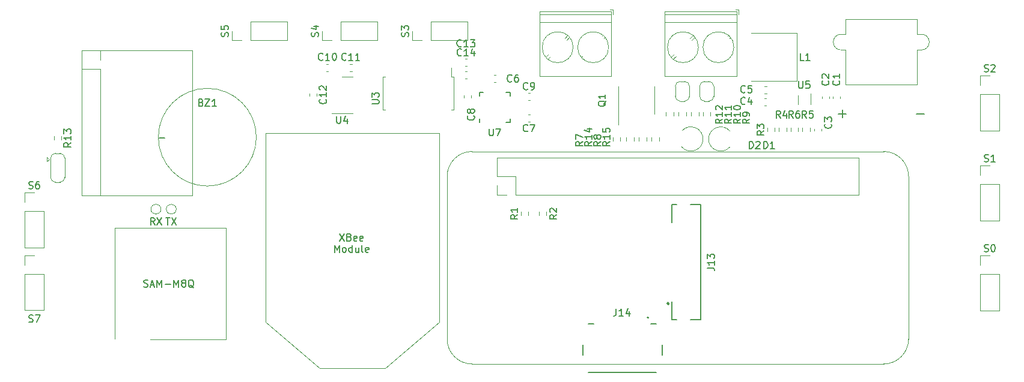
<source format=gbr>
%TF.GenerationSoftware,KiCad,Pcbnew,(6.0.0)*%
%TF.CreationDate,2022-11-29T13:13:35-05:00*%
%TF.ProjectId,motherboard_2022_2023,6d6f7468-6572-4626-9f61-72645f323032,rev?*%
%TF.SameCoordinates,Original*%
%TF.FileFunction,Legend,Top*%
%TF.FilePolarity,Positive*%
%FSLAX46Y46*%
G04 Gerber Fmt 4.6, Leading zero omitted, Abs format (unit mm)*
G04 Created by KiCad (PCBNEW (6.0.0)) date 2022-11-29 13:13:35*
%MOMM*%
%LPD*%
G01*
G04 APERTURE LIST*
%ADD10C,0.150000*%
%ADD11C,0.120000*%
%ADD12C,0.127000*%
%ADD13C,0.300000*%
%ADD14C,0.200000*%
G04 APERTURE END LIST*
D10*
X121143085Y-106991075D02*
X121809752Y-107991075D01*
X121809752Y-106991075D02*
X121143085Y-107991075D01*
X122524038Y-107467266D02*
X122666895Y-107514885D01*
X122714514Y-107562504D01*
X122762133Y-107657742D01*
X122762133Y-107800599D01*
X122714514Y-107895837D01*
X122666895Y-107943456D01*
X122571657Y-107991075D01*
X122190704Y-107991075D01*
X122190704Y-106991075D01*
X122524038Y-106991075D01*
X122619276Y-107038695D01*
X122666895Y-107086314D01*
X122714514Y-107181552D01*
X122714514Y-107276790D01*
X122666895Y-107372028D01*
X122619276Y-107419647D01*
X122524038Y-107467266D01*
X122190704Y-107467266D01*
X123571657Y-107943456D02*
X123476419Y-107991075D01*
X123285942Y-107991075D01*
X123190704Y-107943456D01*
X123143085Y-107848218D01*
X123143085Y-107467266D01*
X123190704Y-107372028D01*
X123285942Y-107324409D01*
X123476419Y-107324409D01*
X123571657Y-107372028D01*
X123619276Y-107467266D01*
X123619276Y-107562504D01*
X123143085Y-107657742D01*
X124428800Y-107943456D02*
X124333562Y-107991075D01*
X124143085Y-107991075D01*
X124047847Y-107943456D01*
X124000228Y-107848218D01*
X124000228Y-107467266D01*
X124047847Y-107372028D01*
X124143085Y-107324409D01*
X124333562Y-107324409D01*
X124428800Y-107372028D01*
X124476419Y-107467266D01*
X124476419Y-107562504D01*
X124000228Y-107657742D01*
X120452609Y-109601075D02*
X120452609Y-108601075D01*
X120785942Y-109315361D01*
X121119276Y-108601075D01*
X121119276Y-109601075D01*
X121738323Y-109601075D02*
X121643085Y-109553456D01*
X121595466Y-109505837D01*
X121547847Y-109410599D01*
X121547847Y-109124885D01*
X121595466Y-109029647D01*
X121643085Y-108982028D01*
X121738323Y-108934409D01*
X121881181Y-108934409D01*
X121976419Y-108982028D01*
X122024038Y-109029647D01*
X122071657Y-109124885D01*
X122071657Y-109410599D01*
X122024038Y-109505837D01*
X121976419Y-109553456D01*
X121881181Y-109601075D01*
X121738323Y-109601075D01*
X122928800Y-109601075D02*
X122928800Y-108601075D01*
X122928800Y-109553456D02*
X122833562Y-109601075D01*
X122643085Y-109601075D01*
X122547847Y-109553456D01*
X122500228Y-109505837D01*
X122452609Y-109410599D01*
X122452609Y-109124885D01*
X122500228Y-109029647D01*
X122547847Y-108982028D01*
X122643085Y-108934409D01*
X122833562Y-108934409D01*
X122928800Y-108982028D01*
X123833562Y-108934409D02*
X123833562Y-109601075D01*
X123404990Y-108934409D02*
X123404990Y-109458218D01*
X123452609Y-109553456D01*
X123547847Y-109601075D01*
X123690704Y-109601075D01*
X123785942Y-109553456D01*
X123833562Y-109505837D01*
X124452609Y-109601075D02*
X124357371Y-109553456D01*
X124309752Y-109458218D01*
X124309752Y-108601075D01*
X125214514Y-109553456D02*
X125119276Y-109601075D01*
X124928800Y-109601075D01*
X124833562Y-109553456D01*
X124785942Y-109458218D01*
X124785942Y-109077266D01*
X124833562Y-108982028D01*
X124928800Y-108934409D01*
X125119276Y-108934409D01*
X125214514Y-108982028D01*
X125262133Y-109077266D01*
X125262133Y-109172504D01*
X124785942Y-109267742D01*
%TO.C,R2*%
X151733942Y-104319361D02*
X151257752Y-104652695D01*
X151733942Y-104890790D02*
X150733942Y-104890790D01*
X150733942Y-104509837D01*
X150781562Y-104414599D01*
X150829181Y-104366980D01*
X150924419Y-104319361D01*
X151067276Y-104319361D01*
X151162514Y-104366980D01*
X151210133Y-104414599D01*
X151257752Y-104509837D01*
X151257752Y-104890790D01*
X150829181Y-103938409D02*
X150781562Y-103890790D01*
X150733942Y-103795552D01*
X150733942Y-103557456D01*
X150781562Y-103462218D01*
X150829181Y-103414599D01*
X150924419Y-103366980D01*
X151019657Y-103366980D01*
X151162514Y-103414599D01*
X151733942Y-103986028D01*
X151733942Y-103366980D01*
%TO.C,U5*%
X185825657Y-85444075D02*
X185825657Y-86253599D01*
X185873276Y-86348837D01*
X185920895Y-86396456D01*
X186016133Y-86444075D01*
X186206609Y-86444075D01*
X186301847Y-86396456D01*
X186349466Y-86348837D01*
X186397085Y-86253599D01*
X186397085Y-85444075D01*
X187349466Y-85444075D02*
X186873276Y-85444075D01*
X186825657Y-85920266D01*
X186873276Y-85872647D01*
X186968514Y-85825028D01*
X187206609Y-85825028D01*
X187301847Y-85872647D01*
X187349466Y-85920266D01*
X187397085Y-86015504D01*
X187397085Y-86253599D01*
X187349466Y-86348837D01*
X187301847Y-86396456D01*
X187206609Y-86444075D01*
X186968514Y-86444075D01*
X186873276Y-86396456D01*
X186825657Y-86348837D01*
%TO.C,R12*%
X175101942Y-90799671D02*
X174625752Y-91133004D01*
X175101942Y-91371099D02*
X174101942Y-91371099D01*
X174101942Y-90990147D01*
X174149562Y-90894909D01*
X174197181Y-90847290D01*
X174292419Y-90799671D01*
X174435276Y-90799671D01*
X174530514Y-90847290D01*
X174578133Y-90894909D01*
X174625752Y-90990147D01*
X174625752Y-91371099D01*
X175101942Y-89847290D02*
X175101942Y-90418718D01*
X175101942Y-90133004D02*
X174101942Y-90133004D01*
X174244800Y-90228242D01*
X174340038Y-90323480D01*
X174387657Y-90418718D01*
X174197181Y-89466337D02*
X174149562Y-89418718D01*
X174101942Y-89323480D01*
X174101942Y-89085385D01*
X174149562Y-88990147D01*
X174197181Y-88942528D01*
X174292419Y-88894909D01*
X174387657Y-88894909D01*
X174530514Y-88942528D01*
X175101942Y-89513956D01*
X175101942Y-88894909D01*
%TO.C,C9*%
X147661333Y-86557142D02*
X147613714Y-86604761D01*
X147470857Y-86652380D01*
X147375619Y-86652380D01*
X147232761Y-86604761D01*
X147137523Y-86509523D01*
X147089904Y-86414285D01*
X147042285Y-86223809D01*
X147042285Y-86080952D01*
X147089904Y-85890476D01*
X147137523Y-85795238D01*
X147232761Y-85700000D01*
X147375619Y-85652380D01*
X147470857Y-85652380D01*
X147613714Y-85700000D01*
X147661333Y-85747619D01*
X148137523Y-86652380D02*
X148328000Y-86652380D01*
X148423238Y-86604761D01*
X148470857Y-86557142D01*
X148566095Y-86414285D01*
X148613714Y-86223809D01*
X148613714Y-85842857D01*
X148566095Y-85747619D01*
X148518476Y-85700000D01*
X148423238Y-85652380D01*
X148232761Y-85652380D01*
X148137523Y-85700000D01*
X148089904Y-85747619D01*
X148042285Y-85842857D01*
X148042285Y-86080952D01*
X148089904Y-86176190D01*
X148137523Y-86223809D01*
X148232761Y-86271428D01*
X148423238Y-86271428D01*
X148518476Y-86223809D01*
X148566095Y-86176190D01*
X148613714Y-86080952D01*
%TO.C,R7*%
X155416942Y-93974671D02*
X154940752Y-94308004D01*
X155416942Y-94546099D02*
X154416942Y-94546099D01*
X154416942Y-94165147D01*
X154464562Y-94069909D01*
X154512181Y-94022290D01*
X154607419Y-93974671D01*
X154750276Y-93974671D01*
X154845514Y-94022290D01*
X154893133Y-94069909D01*
X154940752Y-94165147D01*
X154940752Y-94546099D01*
X154416942Y-93641337D02*
X154416942Y-92974671D01*
X155416942Y-93403242D01*
%TO.C,S2*%
X211987657Y-84081456D02*
X212130514Y-84129075D01*
X212368609Y-84129075D01*
X212463847Y-84081456D01*
X212511466Y-84033837D01*
X212559085Y-83938599D01*
X212559085Y-83843361D01*
X212511466Y-83748123D01*
X212463847Y-83700504D01*
X212368609Y-83652885D01*
X212178133Y-83605266D01*
X212082895Y-83557647D01*
X212035276Y-83510028D01*
X211987657Y-83414790D01*
X211987657Y-83319552D01*
X212035276Y-83224314D01*
X212082895Y-83176695D01*
X212178133Y-83129075D01*
X212416228Y-83129075D01*
X212559085Y-83176695D01*
X212940038Y-83224314D02*
X212987657Y-83176695D01*
X213082895Y-83129075D01*
X213320990Y-83129075D01*
X213416228Y-83176695D01*
X213463847Y-83224314D01*
X213511466Y-83319552D01*
X213511466Y-83414790D01*
X213463847Y-83557647D01*
X212892419Y-84129075D01*
X213511466Y-84129075D01*
%TO.C,S6*%
X77367657Y-100591456D02*
X77510514Y-100639075D01*
X77748609Y-100639075D01*
X77843847Y-100591456D01*
X77891466Y-100543837D01*
X77939085Y-100448599D01*
X77939085Y-100353361D01*
X77891466Y-100258123D01*
X77843847Y-100210504D01*
X77748609Y-100162885D01*
X77558133Y-100115266D01*
X77462895Y-100067647D01*
X77415276Y-100020028D01*
X77367657Y-99924790D01*
X77367657Y-99829552D01*
X77415276Y-99734314D01*
X77462895Y-99686695D01*
X77558133Y-99639075D01*
X77796228Y-99639075D01*
X77939085Y-99686695D01*
X78796228Y-99639075D02*
X78605752Y-99639075D01*
X78510514Y-99686695D01*
X78462895Y-99734314D01*
X78367657Y-99877171D01*
X78320038Y-100067647D01*
X78320038Y-100448599D01*
X78367657Y-100543837D01*
X78415276Y-100591456D01*
X78510514Y-100639075D01*
X78700990Y-100639075D01*
X78796228Y-100591456D01*
X78843847Y-100543837D01*
X78891466Y-100448599D01*
X78891466Y-100210504D01*
X78843847Y-100115266D01*
X78796228Y-100067647D01*
X78700990Y-100020028D01*
X78510514Y-100020028D01*
X78415276Y-100067647D01*
X78367657Y-100115266D01*
X78320038Y-100210504D01*
%TO.C,U3*%
X125690380Y-88645904D02*
X126499904Y-88645904D01*
X126595142Y-88598285D01*
X126642761Y-88550666D01*
X126690380Y-88455428D01*
X126690380Y-88264952D01*
X126642761Y-88169714D01*
X126595142Y-88122095D01*
X126499904Y-88074476D01*
X125690380Y-88074476D01*
X125690380Y-87693523D02*
X125690380Y-87074476D01*
X126071333Y-87407809D01*
X126071333Y-87264952D01*
X126118952Y-87169714D01*
X126166571Y-87122095D01*
X126261809Y-87074476D01*
X126499904Y-87074476D01*
X126595142Y-87122095D01*
X126642761Y-87169714D01*
X126690380Y-87264952D01*
X126690380Y-87550666D01*
X126642761Y-87645904D01*
X126595142Y-87693523D01*
%TO.C,R6*%
X185023895Y-90635075D02*
X184690562Y-90158885D01*
X184452466Y-90635075D02*
X184452466Y-89635075D01*
X184833419Y-89635075D01*
X184928657Y-89682695D01*
X184976276Y-89730314D01*
X185023895Y-89825552D01*
X185023895Y-89968409D01*
X184976276Y-90063647D01*
X184928657Y-90111266D01*
X184833419Y-90158885D01*
X184452466Y-90158885D01*
X185881038Y-89635075D02*
X185690562Y-89635075D01*
X185595323Y-89682695D01*
X185547704Y-89730314D01*
X185452466Y-89873171D01*
X185404847Y-90063647D01*
X185404847Y-90444599D01*
X185452466Y-90539837D01*
X185500085Y-90587456D01*
X185595323Y-90635075D01*
X185785800Y-90635075D01*
X185881038Y-90587456D01*
X185928657Y-90539837D01*
X185976276Y-90444599D01*
X185976276Y-90206504D01*
X185928657Y-90111266D01*
X185881038Y-90063647D01*
X185785800Y-90016028D01*
X185595323Y-90016028D01*
X185500085Y-90063647D01*
X185452466Y-90111266D01*
X185404847Y-90206504D01*
%TO.C,C6*%
X145399895Y-85459837D02*
X145352276Y-85507456D01*
X145209419Y-85555075D01*
X145114181Y-85555075D01*
X144971323Y-85507456D01*
X144876085Y-85412218D01*
X144828466Y-85316980D01*
X144780847Y-85126504D01*
X144780847Y-84983647D01*
X144828466Y-84793171D01*
X144876085Y-84697933D01*
X144971323Y-84602695D01*
X145114181Y-84555075D01*
X145209419Y-84555075D01*
X145352276Y-84602695D01*
X145399895Y-84650314D01*
X146257038Y-84555075D02*
X146066562Y-84555075D01*
X145971323Y-84602695D01*
X145923704Y-84650314D01*
X145828466Y-84793171D01*
X145780847Y-84983647D01*
X145780847Y-85364599D01*
X145828466Y-85459837D01*
X145876085Y-85507456D01*
X145971323Y-85555075D01*
X146161800Y-85555075D01*
X146257038Y-85507456D01*
X146304657Y-85459837D01*
X146352276Y-85364599D01*
X146352276Y-85126504D01*
X146304657Y-85031266D01*
X146257038Y-84983647D01*
X146161800Y-84936028D01*
X145971323Y-84936028D01*
X145876085Y-84983647D01*
X145828466Y-85031266D01*
X145780847Y-85126504D01*
%TO.C,C2*%
X189992704Y-85396361D02*
X190040323Y-85443980D01*
X190087942Y-85586837D01*
X190087942Y-85682075D01*
X190040323Y-85824933D01*
X189945085Y-85920171D01*
X189849847Y-85967790D01*
X189659371Y-86015409D01*
X189516514Y-86015409D01*
X189326038Y-85967790D01*
X189230800Y-85920171D01*
X189135562Y-85824933D01*
X189087942Y-85682075D01*
X189087942Y-85586837D01*
X189135562Y-85443980D01*
X189183181Y-85396361D01*
X189183181Y-85015409D02*
X189135562Y-84967790D01*
X189087942Y-84872552D01*
X189087942Y-84634456D01*
X189135562Y-84539218D01*
X189183181Y-84491599D01*
X189278419Y-84443980D01*
X189373657Y-84443980D01*
X189516514Y-84491599D01*
X190087942Y-85063028D01*
X190087942Y-84443980D01*
%TO.C,R13*%
X83313942Y-94127552D02*
X82837752Y-94460885D01*
X83313942Y-94698980D02*
X82313942Y-94698980D01*
X82313942Y-94318028D01*
X82361562Y-94222790D01*
X82409181Y-94175171D01*
X82504419Y-94127552D01*
X82647276Y-94127552D01*
X82742514Y-94175171D01*
X82790133Y-94222790D01*
X82837752Y-94318028D01*
X82837752Y-94698980D01*
X83313942Y-93175171D02*
X83313942Y-93746599D01*
X83313942Y-93460885D02*
X82313942Y-93460885D01*
X82456800Y-93556123D01*
X82552038Y-93651361D01*
X82599657Y-93746599D01*
X82313942Y-92841837D02*
X82313942Y-92222790D01*
X82694895Y-92556123D01*
X82694895Y-92413266D01*
X82742514Y-92318028D01*
X82790133Y-92270409D01*
X82885371Y-92222790D01*
X83123466Y-92222790D01*
X83218704Y-92270409D01*
X83266323Y-92318028D01*
X83313942Y-92413266D01*
X83313942Y-92698980D01*
X83266323Y-92794218D01*
X83218704Y-92841837D01*
%TO.C,J13*%
X172958942Y-111820218D02*
X173673228Y-111820218D01*
X173816085Y-111867837D01*
X173911323Y-111963075D01*
X173958942Y-112105933D01*
X173958942Y-112201171D01*
X173958942Y-110820218D02*
X173958942Y-111391647D01*
X173958942Y-111105933D02*
X172958942Y-111105933D01*
X173101800Y-111201171D01*
X173197038Y-111296409D01*
X173244657Y-111391647D01*
X172958942Y-110486885D02*
X172958942Y-109867837D01*
X173339895Y-110201171D01*
X173339895Y-110058314D01*
X173387514Y-109963075D01*
X173435133Y-109915456D01*
X173530371Y-109867837D01*
X173768466Y-109867837D01*
X173863704Y-109915456D01*
X173911323Y-109963075D01*
X173958942Y-110058314D01*
X173958942Y-110344028D01*
X173911323Y-110439266D01*
X173863704Y-110486885D01*
%TO.C,C3*%
X190373704Y-91492361D02*
X190421323Y-91539980D01*
X190468942Y-91682837D01*
X190468942Y-91778075D01*
X190421323Y-91920933D01*
X190326085Y-92016171D01*
X190230847Y-92063790D01*
X190040371Y-92111409D01*
X189897514Y-92111409D01*
X189707038Y-92063790D01*
X189611800Y-92016171D01*
X189516562Y-91920933D01*
X189468942Y-91778075D01*
X189468942Y-91682837D01*
X189516562Y-91539980D01*
X189564181Y-91492361D01*
X189468942Y-91159028D02*
X189468942Y-90539980D01*
X189849895Y-90873314D01*
X189849895Y-90730456D01*
X189897514Y-90635218D01*
X189945133Y-90587599D01*
X190040371Y-90539980D01*
X190278466Y-90539980D01*
X190373704Y-90587599D01*
X190421323Y-90635218D01*
X190468942Y-90730456D01*
X190468942Y-91016171D01*
X190421323Y-91111409D01*
X190373704Y-91159028D01*
%TO.C,C1*%
X191516704Y-85396361D02*
X191564323Y-85443980D01*
X191611942Y-85586837D01*
X191611942Y-85682075D01*
X191564323Y-85824933D01*
X191469085Y-85920171D01*
X191373847Y-85967790D01*
X191183371Y-86015409D01*
X191040514Y-86015409D01*
X190850038Y-85967790D01*
X190754800Y-85920171D01*
X190659562Y-85824933D01*
X190611942Y-85682075D01*
X190611942Y-85586837D01*
X190659562Y-85443980D01*
X190707181Y-85396361D01*
X191611942Y-84443980D02*
X191611942Y-85015409D01*
X191611942Y-84729695D02*
X190611942Y-84729695D01*
X190754800Y-84824933D01*
X190850038Y-84920171D01*
X190897657Y-85015409D01*
%TO.C,R10*%
X177641942Y-90799671D02*
X177165752Y-91133004D01*
X177641942Y-91371099D02*
X176641942Y-91371099D01*
X176641942Y-90990147D01*
X176689562Y-90894909D01*
X176737181Y-90847290D01*
X176832419Y-90799671D01*
X176975276Y-90799671D01*
X177070514Y-90847290D01*
X177118133Y-90894909D01*
X177165752Y-90990147D01*
X177165752Y-91371099D01*
X177641942Y-89847290D02*
X177641942Y-90418718D01*
X177641942Y-90133004D02*
X176641942Y-90133004D01*
X176784800Y-90228242D01*
X176880038Y-90323480D01*
X176927657Y-90418718D01*
X176641942Y-89228242D02*
X176641942Y-89133004D01*
X176689562Y-89037766D01*
X176737181Y-88990147D01*
X176832419Y-88942528D01*
X177022895Y-88894909D01*
X177260990Y-88894909D01*
X177451466Y-88942528D01*
X177546704Y-88990147D01*
X177594323Y-89037766D01*
X177641942Y-89133004D01*
X177641942Y-89228242D01*
X177594323Y-89323480D01*
X177546704Y-89371099D01*
X177451466Y-89418718D01*
X177260990Y-89466337D01*
X177022895Y-89466337D01*
X176832419Y-89418718D01*
X176737181Y-89371099D01*
X176689562Y-89323480D01*
X176641942Y-89228242D01*
%TO.C,C10*%
X118789807Y-82411837D02*
X118742188Y-82459456D01*
X118599331Y-82507075D01*
X118504093Y-82507075D01*
X118361236Y-82459456D01*
X118265998Y-82364218D01*
X118218379Y-82268980D01*
X118170760Y-82078504D01*
X118170760Y-81935647D01*
X118218379Y-81745171D01*
X118265998Y-81649933D01*
X118361236Y-81554695D01*
X118504093Y-81507075D01*
X118599331Y-81507075D01*
X118742188Y-81554695D01*
X118789807Y-81602314D01*
X119742188Y-82507075D02*
X119170760Y-82507075D01*
X119456474Y-82507075D02*
X119456474Y-81507075D01*
X119361236Y-81649933D01*
X119265998Y-81745171D01*
X119170760Y-81792790D01*
X120361236Y-81507075D02*
X120456474Y-81507075D01*
X120551712Y-81554695D01*
X120599331Y-81602314D01*
X120646950Y-81697552D01*
X120694569Y-81888028D01*
X120694569Y-82126123D01*
X120646950Y-82316599D01*
X120599331Y-82411837D01*
X120551712Y-82459456D01*
X120456474Y-82507075D01*
X120361236Y-82507075D01*
X120265998Y-82459456D01*
X120218379Y-82411837D01*
X120170760Y-82316599D01*
X120123141Y-82126123D01*
X120123141Y-81888028D01*
X120170760Y-81697552D01*
X120218379Y-81602314D01*
X120265998Y-81554695D01*
X120361236Y-81507075D01*
%TO.C,R8*%
X157956942Y-93974671D02*
X157480752Y-94308004D01*
X157956942Y-94546099D02*
X156956942Y-94546099D01*
X156956942Y-94165147D01*
X157004562Y-94069909D01*
X157052181Y-94022290D01*
X157147419Y-93974671D01*
X157290276Y-93974671D01*
X157385514Y-94022290D01*
X157433133Y-94069909D01*
X157480752Y-94165147D01*
X157480752Y-94546099D01*
X157385514Y-93403242D02*
X157337895Y-93498480D01*
X157290276Y-93546099D01*
X157195038Y-93593718D01*
X157147419Y-93593718D01*
X157052181Y-93546099D01*
X157004562Y-93498480D01*
X156956942Y-93403242D01*
X156956942Y-93212766D01*
X157004562Y-93117528D01*
X157052181Y-93069909D01*
X157147419Y-93022290D01*
X157195038Y-93022290D01*
X157290276Y-93069909D01*
X157337895Y-93117528D01*
X157385514Y-93212766D01*
X157385514Y-93403242D01*
X157433133Y-93498480D01*
X157480752Y-93546099D01*
X157575990Y-93593718D01*
X157766466Y-93593718D01*
X157861704Y-93546099D01*
X157909323Y-93498480D01*
X157956942Y-93403242D01*
X157956942Y-93212766D01*
X157909323Y-93117528D01*
X157861704Y-93069909D01*
X157766466Y-93022290D01*
X157575990Y-93022290D01*
X157480752Y-93069909D01*
X157433133Y-93117528D01*
X157385514Y-93212766D01*
%TO.C,S4*%
X118129323Y-79133599D02*
X118176942Y-78990742D01*
X118176942Y-78752647D01*
X118129323Y-78657409D01*
X118081704Y-78609790D01*
X117986466Y-78562171D01*
X117891228Y-78562171D01*
X117795990Y-78609790D01*
X117748371Y-78657409D01*
X117700752Y-78752647D01*
X117653133Y-78943123D01*
X117605514Y-79038361D01*
X117557895Y-79085980D01*
X117462657Y-79133599D01*
X117367419Y-79133599D01*
X117272181Y-79085980D01*
X117224562Y-79038361D01*
X117176942Y-78943123D01*
X117176942Y-78705028D01*
X117224562Y-78562171D01*
X117510276Y-77705028D02*
X118176942Y-77705028D01*
X117129323Y-77943123D02*
X117843609Y-78181218D01*
X117843609Y-77562171D01*
%TO.C,S0*%
X211987657Y-109481456D02*
X212130514Y-109529075D01*
X212368609Y-109529075D01*
X212463847Y-109481456D01*
X212511466Y-109433837D01*
X212559085Y-109338599D01*
X212559085Y-109243361D01*
X212511466Y-109148123D01*
X212463847Y-109100504D01*
X212368609Y-109052885D01*
X212178133Y-109005266D01*
X212082895Y-108957647D01*
X212035276Y-108910028D01*
X211987657Y-108814790D01*
X211987657Y-108719552D01*
X212035276Y-108624314D01*
X212082895Y-108576695D01*
X212178133Y-108529075D01*
X212416228Y-108529075D01*
X212559085Y-108576695D01*
X213178133Y-108529075D02*
X213273371Y-108529075D01*
X213368609Y-108576695D01*
X213416228Y-108624314D01*
X213463847Y-108719552D01*
X213511466Y-108910028D01*
X213511466Y-109148123D01*
X213463847Y-109338599D01*
X213416228Y-109433837D01*
X213368609Y-109481456D01*
X213273371Y-109529075D01*
X213178133Y-109529075D01*
X213082895Y-109481456D01*
X213035276Y-109433837D01*
X212987657Y-109338599D01*
X212940038Y-109148123D01*
X212940038Y-108910028D01*
X212987657Y-108719552D01*
X213035276Y-108624314D01*
X213082895Y-108576695D01*
X213178133Y-108529075D01*
%TO.C,R3*%
X180950942Y-92468361D02*
X180474752Y-92801695D01*
X180950942Y-93039790D02*
X179950942Y-93039790D01*
X179950942Y-92658837D01*
X179998562Y-92563599D01*
X180046181Y-92515980D01*
X180141419Y-92468361D01*
X180284276Y-92468361D01*
X180379514Y-92515980D01*
X180427133Y-92563599D01*
X180474752Y-92658837D01*
X180474752Y-93039790D01*
X179950942Y-92135028D02*
X179950942Y-91515980D01*
X180331895Y-91849314D01*
X180331895Y-91706456D01*
X180379514Y-91611218D01*
X180427133Y-91563599D01*
X180522371Y-91515980D01*
X180760466Y-91515980D01*
X180855704Y-91563599D01*
X180903323Y-91611218D01*
X180950942Y-91706456D01*
X180950942Y-91992171D01*
X180903323Y-92087409D01*
X180855704Y-92135028D01*
%TO.C,C8*%
X140057142Y-90336666D02*
X140104761Y-90384285D01*
X140152380Y-90527142D01*
X140152380Y-90622380D01*
X140104761Y-90765238D01*
X140009523Y-90860476D01*
X139914285Y-90908095D01*
X139723809Y-90955714D01*
X139580952Y-90955714D01*
X139390476Y-90908095D01*
X139295238Y-90860476D01*
X139200000Y-90765238D01*
X139152380Y-90622380D01*
X139152380Y-90527142D01*
X139200000Y-90384285D01*
X139247619Y-90336666D01*
X139580952Y-89765238D02*
X139533333Y-89860476D01*
X139485714Y-89908095D01*
X139390476Y-89955714D01*
X139342857Y-89955714D01*
X139247619Y-89908095D01*
X139200000Y-89860476D01*
X139152380Y-89765238D01*
X139152380Y-89574761D01*
X139200000Y-89479523D01*
X139247619Y-89431904D01*
X139342857Y-89384285D01*
X139390476Y-89384285D01*
X139485714Y-89431904D01*
X139533333Y-89479523D01*
X139580952Y-89574761D01*
X139580952Y-89765238D01*
X139628571Y-89860476D01*
X139676190Y-89908095D01*
X139771428Y-89955714D01*
X139961904Y-89955714D01*
X140057142Y-89908095D01*
X140104761Y-89860476D01*
X140152380Y-89765238D01*
X140152380Y-89574761D01*
X140104761Y-89479523D01*
X140057142Y-89431904D01*
X139961904Y-89384285D01*
X139771428Y-89384285D01*
X139676190Y-89431904D01*
X139628571Y-89479523D01*
X139580952Y-89574761D01*
%TO.C,R14*%
X156686942Y-93974671D02*
X156210752Y-94308004D01*
X156686942Y-94546099D02*
X155686942Y-94546099D01*
X155686942Y-94165147D01*
X155734562Y-94069909D01*
X155782181Y-94022290D01*
X155877419Y-93974671D01*
X156020276Y-93974671D01*
X156115514Y-94022290D01*
X156163133Y-94069909D01*
X156210752Y-94165147D01*
X156210752Y-94546099D01*
X156686942Y-93022290D02*
X156686942Y-93593718D01*
X156686942Y-93308004D02*
X155686942Y-93308004D01*
X155829800Y-93403242D01*
X155925038Y-93498480D01*
X155972657Y-93593718D01*
X156020276Y-92165147D02*
X156686942Y-92165147D01*
X155639323Y-92403242D02*
X156353609Y-92641337D01*
X156353609Y-92022290D01*
%TO.C,TP1*%
X95107895Y-105748075D02*
X94774562Y-105271885D01*
X94536466Y-105748075D02*
X94536466Y-104748075D01*
X94917419Y-104748075D01*
X95012657Y-104795695D01*
X95060276Y-104843314D01*
X95107895Y-104938552D01*
X95107895Y-105081409D01*
X95060276Y-105176647D01*
X95012657Y-105224266D01*
X94917419Y-105271885D01*
X94536466Y-105271885D01*
X95441228Y-104748075D02*
X96107895Y-105748075D01*
X96107895Y-104748075D02*
X95441228Y-105748075D01*
%TO.C,U6*%
X93576371Y-114463456D02*
X93719228Y-114511075D01*
X93957323Y-114511075D01*
X94052562Y-114463456D01*
X94100181Y-114415837D01*
X94147800Y-114320599D01*
X94147800Y-114225361D01*
X94100181Y-114130123D01*
X94052562Y-114082504D01*
X93957323Y-114034885D01*
X93766847Y-113987266D01*
X93671609Y-113939647D01*
X93623990Y-113892028D01*
X93576371Y-113796790D01*
X93576371Y-113701552D01*
X93623990Y-113606314D01*
X93671609Y-113558695D01*
X93766847Y-113511075D01*
X94004942Y-113511075D01*
X94147800Y-113558695D01*
X94528752Y-114225361D02*
X95004942Y-114225361D01*
X94433514Y-114511075D02*
X94766847Y-113511075D01*
X95100181Y-114511075D01*
X95433514Y-114511075D02*
X95433514Y-113511075D01*
X95766847Y-114225361D01*
X96100181Y-113511075D01*
X96100181Y-114511075D01*
X96576371Y-114130123D02*
X97338276Y-114130123D01*
X97814466Y-114511075D02*
X97814466Y-113511075D01*
X98147800Y-114225361D01*
X98481133Y-113511075D01*
X98481133Y-114511075D01*
X99100181Y-113939647D02*
X99004942Y-113892028D01*
X98957323Y-113844409D01*
X98909704Y-113749171D01*
X98909704Y-113701552D01*
X98957323Y-113606314D01*
X99004942Y-113558695D01*
X99100181Y-113511075D01*
X99290657Y-113511075D01*
X99385895Y-113558695D01*
X99433514Y-113606314D01*
X99481133Y-113701552D01*
X99481133Y-113749171D01*
X99433514Y-113844409D01*
X99385895Y-113892028D01*
X99290657Y-113939647D01*
X99100181Y-113939647D01*
X99004942Y-113987266D01*
X98957323Y-114034885D01*
X98909704Y-114130123D01*
X98909704Y-114320599D01*
X98957323Y-114415837D01*
X99004942Y-114463456D01*
X99100181Y-114511075D01*
X99290657Y-114511075D01*
X99385895Y-114463456D01*
X99433514Y-114415837D01*
X99481133Y-114320599D01*
X99481133Y-114130123D01*
X99433514Y-114034885D01*
X99385895Y-113987266D01*
X99290657Y-113939647D01*
X100576371Y-114606314D02*
X100481133Y-114558695D01*
X100385895Y-114463456D01*
X100243038Y-114320599D01*
X100147800Y-114272980D01*
X100052562Y-114272980D01*
X100100181Y-114511075D02*
X100004942Y-114463456D01*
X99909704Y-114368218D01*
X99862085Y-114177742D01*
X99862085Y-113844409D01*
X99909704Y-113653933D01*
X100004942Y-113558695D01*
X100100181Y-113511075D01*
X100290657Y-113511075D01*
X100385895Y-113558695D01*
X100481133Y-113653933D01*
X100528752Y-113844409D01*
X100528752Y-114177742D01*
X100481133Y-114368218D01*
X100385895Y-114463456D01*
X100290657Y-114511075D01*
X100100181Y-114511075D01*
%TO.C,R4*%
X183245895Y-90635075D02*
X182912562Y-90158885D01*
X182674466Y-90635075D02*
X182674466Y-89635075D01*
X183055419Y-89635075D01*
X183150657Y-89682695D01*
X183198276Y-89730314D01*
X183245895Y-89825552D01*
X183245895Y-89968409D01*
X183198276Y-90063647D01*
X183150657Y-90111266D01*
X183055419Y-90158885D01*
X182674466Y-90158885D01*
X184103038Y-89968409D02*
X184103038Y-90635075D01*
X183864942Y-89587456D02*
X183626847Y-90301742D01*
X184245895Y-90301742D01*
%TO.C,D2*%
X178864466Y-94953075D02*
X178864466Y-93953075D01*
X179102562Y-93953075D01*
X179245419Y-94000695D01*
X179340657Y-94095933D01*
X179388276Y-94191171D01*
X179435895Y-94381647D01*
X179435895Y-94524504D01*
X179388276Y-94714980D01*
X179340657Y-94810218D01*
X179245419Y-94905456D01*
X179102562Y-94953075D01*
X178864466Y-94953075D01*
X179816847Y-94048314D02*
X179864466Y-94000695D01*
X179959704Y-93953075D01*
X180197800Y-93953075D01*
X180293038Y-94000695D01*
X180340657Y-94048314D01*
X180388276Y-94143552D01*
X180388276Y-94238790D01*
X180340657Y-94381647D01*
X179769228Y-94953075D01*
X180388276Y-94953075D01*
%TO.C,BZ1*%
X101632609Y-88460266D02*
X101775466Y-88507885D01*
X101823085Y-88555504D01*
X101870704Y-88650742D01*
X101870704Y-88793599D01*
X101823085Y-88888837D01*
X101775466Y-88936456D01*
X101680228Y-88984075D01*
X101299276Y-88984075D01*
X101299276Y-87984075D01*
X101632609Y-87984075D01*
X101727847Y-88031695D01*
X101775466Y-88079314D01*
X101823085Y-88174552D01*
X101823085Y-88269790D01*
X101775466Y-88365028D01*
X101727847Y-88412647D01*
X101632609Y-88460266D01*
X101299276Y-88460266D01*
X102204038Y-87984075D02*
X102870704Y-87984075D01*
X102204038Y-88984075D01*
X102870704Y-88984075D01*
X103775466Y-88984075D02*
X103204038Y-88984075D01*
X103489752Y-88984075D02*
X103489752Y-87984075D01*
X103394514Y-88126933D01*
X103299276Y-88222171D01*
X103204038Y-88269790D01*
X95782609Y-93429123D02*
X96544514Y-93429123D01*
%TO.C,C13*%
X138306704Y-80506837D02*
X138259085Y-80554456D01*
X138116228Y-80602075D01*
X138020990Y-80602075D01*
X137878133Y-80554456D01*
X137782895Y-80459218D01*
X137735276Y-80363980D01*
X137687657Y-80173504D01*
X137687657Y-80030647D01*
X137735276Y-79840171D01*
X137782895Y-79744933D01*
X137878133Y-79649695D01*
X138020990Y-79602075D01*
X138116228Y-79602075D01*
X138259085Y-79649695D01*
X138306704Y-79697314D01*
X139259085Y-80602075D02*
X138687657Y-80602075D01*
X138973371Y-80602075D02*
X138973371Y-79602075D01*
X138878133Y-79744933D01*
X138782895Y-79840171D01*
X138687657Y-79887790D01*
X139592419Y-79602075D02*
X140211466Y-79602075D01*
X139878133Y-79983028D01*
X140020990Y-79983028D01*
X140116228Y-80030647D01*
X140163847Y-80078266D01*
X140211466Y-80173504D01*
X140211466Y-80411599D01*
X140163847Y-80506837D01*
X140116228Y-80554456D01*
X140020990Y-80602075D01*
X139735276Y-80602075D01*
X139640038Y-80554456D01*
X139592419Y-80506837D01*
%TO.C,R9*%
X178911942Y-90799671D02*
X178435752Y-91133004D01*
X178911942Y-91371099D02*
X177911942Y-91371099D01*
X177911942Y-90990147D01*
X177959562Y-90894909D01*
X178007181Y-90847290D01*
X178102419Y-90799671D01*
X178245276Y-90799671D01*
X178340514Y-90847290D01*
X178388133Y-90894909D01*
X178435752Y-90990147D01*
X178435752Y-91371099D01*
X178911942Y-90323480D02*
X178911942Y-90133004D01*
X178864323Y-90037766D01*
X178816704Y-89990147D01*
X178673847Y-89894909D01*
X178483371Y-89847290D01*
X178102419Y-89847290D01*
X178007181Y-89894909D01*
X177959562Y-89942528D01*
X177911942Y-90037766D01*
X177911942Y-90228242D01*
X177959562Y-90323480D01*
X178007181Y-90371099D01*
X178102419Y-90418718D01*
X178340514Y-90418718D01*
X178435752Y-90371099D01*
X178483371Y-90323480D01*
X178530990Y-90228242D01*
X178530990Y-90037766D01*
X178483371Y-89942528D01*
X178435752Y-89894909D01*
X178340514Y-89847290D01*
%TO.C,U4*%
X120739560Y-90397075D02*
X120739560Y-91206599D01*
X120787179Y-91301837D01*
X120834798Y-91349456D01*
X120930036Y-91397075D01*
X121120512Y-91397075D01*
X121215750Y-91349456D01*
X121263369Y-91301837D01*
X121310988Y-91206599D01*
X121310988Y-90397075D01*
X122215750Y-90730409D02*
X122215750Y-91397075D01*
X121977655Y-90349456D02*
X121739560Y-91063742D01*
X122358607Y-91063742D01*
%TO.C,S5*%
X105429323Y-79133599D02*
X105476942Y-78990742D01*
X105476942Y-78752647D01*
X105429323Y-78657409D01*
X105381704Y-78609790D01*
X105286466Y-78562171D01*
X105191228Y-78562171D01*
X105095990Y-78609790D01*
X105048371Y-78657409D01*
X105000752Y-78752647D01*
X104953133Y-78943123D01*
X104905514Y-79038361D01*
X104857895Y-79085980D01*
X104762657Y-79133599D01*
X104667419Y-79133599D01*
X104572181Y-79085980D01*
X104524562Y-79038361D01*
X104476942Y-78943123D01*
X104476942Y-78705028D01*
X104524562Y-78562171D01*
X104476942Y-77657409D02*
X104476942Y-78133599D01*
X104953133Y-78181218D01*
X104905514Y-78133599D01*
X104857895Y-78038361D01*
X104857895Y-77800266D01*
X104905514Y-77705028D01*
X104953133Y-77657409D01*
X105048371Y-77609790D01*
X105286466Y-77609790D01*
X105381704Y-77657409D01*
X105429323Y-77705028D01*
X105476942Y-77800266D01*
X105476942Y-78038361D01*
X105429323Y-78133599D01*
X105381704Y-78181218D01*
%TO.C,S7*%
X77367657Y-119416456D02*
X77510514Y-119464075D01*
X77748609Y-119464075D01*
X77843847Y-119416456D01*
X77891466Y-119368837D01*
X77939085Y-119273599D01*
X77939085Y-119178361D01*
X77891466Y-119083123D01*
X77843847Y-119035504D01*
X77748609Y-118987885D01*
X77558133Y-118940266D01*
X77462895Y-118892647D01*
X77415276Y-118845028D01*
X77367657Y-118749790D01*
X77367657Y-118654552D01*
X77415276Y-118559314D01*
X77462895Y-118511695D01*
X77558133Y-118464075D01*
X77796228Y-118464075D01*
X77939085Y-118511695D01*
X78272419Y-118464075D02*
X78939085Y-118464075D01*
X78510514Y-119464075D01*
%TO.C,U7*%
X142240095Y-92162380D02*
X142240095Y-92971904D01*
X142287714Y-93067142D01*
X142335333Y-93114761D01*
X142430571Y-93162380D01*
X142621047Y-93162380D01*
X142716285Y-93114761D01*
X142763904Y-93067142D01*
X142811523Y-92971904D01*
X142811523Y-92162380D01*
X143192476Y-92162380D02*
X143859142Y-92162380D01*
X143430571Y-93162380D01*
%TO.C,R1*%
X146239942Y-104319361D02*
X145763752Y-104652695D01*
X146239942Y-104890790D02*
X145239942Y-104890790D01*
X145239942Y-104509837D01*
X145287562Y-104414599D01*
X145335181Y-104366980D01*
X145430419Y-104319361D01*
X145573276Y-104319361D01*
X145668514Y-104366980D01*
X145716133Y-104414599D01*
X145763752Y-104509837D01*
X145763752Y-104890790D01*
X146239942Y-103366980D02*
X146239942Y-103938409D01*
X146239942Y-103652695D02*
X145239942Y-103652695D01*
X145382800Y-103747933D01*
X145478038Y-103843171D01*
X145525657Y-103938409D01*
%TO.C,R15*%
X159226942Y-93974671D02*
X158750752Y-94308004D01*
X159226942Y-94546099D02*
X158226942Y-94546099D01*
X158226942Y-94165147D01*
X158274562Y-94069909D01*
X158322181Y-94022290D01*
X158417419Y-93974671D01*
X158560276Y-93974671D01*
X158655514Y-94022290D01*
X158703133Y-94069909D01*
X158750752Y-94165147D01*
X158750752Y-94546099D01*
X159226942Y-93022290D02*
X159226942Y-93593718D01*
X159226942Y-93308004D02*
X158226942Y-93308004D01*
X158369800Y-93403242D01*
X158465038Y-93498480D01*
X158512657Y-93593718D01*
X158226942Y-92117528D02*
X158226942Y-92593718D01*
X158703133Y-92641337D01*
X158655514Y-92593718D01*
X158607895Y-92498480D01*
X158607895Y-92260385D01*
X158655514Y-92165147D01*
X158703133Y-92117528D01*
X158798371Y-92069909D01*
X159036466Y-92069909D01*
X159131704Y-92117528D01*
X159179323Y-92165147D01*
X159226942Y-92260385D01*
X159226942Y-92498480D01*
X159179323Y-92593718D01*
X159131704Y-92641337D01*
%TO.C,R5*%
X186928895Y-90635075D02*
X186595562Y-90158885D01*
X186357466Y-90635075D02*
X186357466Y-89635075D01*
X186738419Y-89635075D01*
X186833657Y-89682695D01*
X186881276Y-89730314D01*
X186928895Y-89825552D01*
X186928895Y-89968409D01*
X186881276Y-90063647D01*
X186833657Y-90111266D01*
X186738419Y-90158885D01*
X186357466Y-90158885D01*
X187833657Y-89635075D02*
X187357466Y-89635075D01*
X187309847Y-90111266D01*
X187357466Y-90063647D01*
X187452704Y-90016028D01*
X187690800Y-90016028D01*
X187786038Y-90063647D01*
X187833657Y-90111266D01*
X187881276Y-90206504D01*
X187881276Y-90444599D01*
X187833657Y-90539837D01*
X187786038Y-90587456D01*
X187690800Y-90635075D01*
X187452704Y-90635075D01*
X187357466Y-90587456D01*
X187309847Y-90539837D01*
%TO.C,J14*%
X160124038Y-117575075D02*
X160124038Y-118289361D01*
X160076419Y-118432218D01*
X159981181Y-118527456D01*
X159838323Y-118575075D01*
X159743085Y-118575075D01*
X161124038Y-118575075D02*
X160552609Y-118575075D01*
X160838323Y-118575075D02*
X160838323Y-117575075D01*
X160743085Y-117717933D01*
X160647847Y-117813171D01*
X160552609Y-117860790D01*
X161981181Y-117908409D02*
X161981181Y-118575075D01*
X161743085Y-117527456D02*
X161504990Y-118241742D01*
X162124038Y-118241742D01*
%TO.C,D1*%
X180896466Y-94953075D02*
X180896466Y-93953075D01*
X181134562Y-93953075D01*
X181277419Y-94000695D01*
X181372657Y-94095933D01*
X181420276Y-94191171D01*
X181467895Y-94381647D01*
X181467895Y-94524504D01*
X181420276Y-94714980D01*
X181372657Y-94810218D01*
X181277419Y-94905456D01*
X181134562Y-94953075D01*
X180896466Y-94953075D01*
X182420276Y-94953075D02*
X181848847Y-94953075D01*
X182134562Y-94953075D02*
X182134562Y-93953075D01*
X182039323Y-94095933D01*
X181944085Y-94191171D01*
X181848847Y-94238790D01*
%TO.C,S1*%
X211987657Y-96781456D02*
X212130514Y-96829075D01*
X212368609Y-96829075D01*
X212463847Y-96781456D01*
X212511466Y-96733837D01*
X212559085Y-96638599D01*
X212559085Y-96543361D01*
X212511466Y-96448123D01*
X212463847Y-96400504D01*
X212368609Y-96352885D01*
X212178133Y-96305266D01*
X212082895Y-96257647D01*
X212035276Y-96210028D01*
X211987657Y-96114790D01*
X211987657Y-96019552D01*
X212035276Y-95924314D01*
X212082895Y-95876695D01*
X212178133Y-95829075D01*
X212416228Y-95829075D01*
X212559085Y-95876695D01*
X213511466Y-96829075D02*
X212940038Y-96829075D01*
X213225752Y-96829075D02*
X213225752Y-95829075D01*
X213130514Y-95971933D01*
X213035276Y-96067171D01*
X212940038Y-96114790D01*
%TO.C,C11*%
X122063704Y-82411837D02*
X122016085Y-82459456D01*
X121873228Y-82507075D01*
X121777990Y-82507075D01*
X121635133Y-82459456D01*
X121539895Y-82364218D01*
X121492276Y-82268980D01*
X121444657Y-82078504D01*
X121444657Y-81935647D01*
X121492276Y-81745171D01*
X121539895Y-81649933D01*
X121635133Y-81554695D01*
X121777990Y-81507075D01*
X121873228Y-81507075D01*
X122016085Y-81554695D01*
X122063704Y-81602314D01*
X123016085Y-82507075D02*
X122444657Y-82507075D01*
X122730371Y-82507075D02*
X122730371Y-81507075D01*
X122635133Y-81649933D01*
X122539895Y-81745171D01*
X122444657Y-81792790D01*
X123968466Y-82507075D02*
X123397038Y-82507075D01*
X123682752Y-82507075D02*
X123682752Y-81507075D01*
X123587514Y-81649933D01*
X123492276Y-81745171D01*
X123397038Y-81792790D01*
%TO.C,C7*%
X147661333Y-92465142D02*
X147613714Y-92512761D01*
X147470857Y-92560380D01*
X147375619Y-92560380D01*
X147232761Y-92512761D01*
X147137523Y-92417523D01*
X147089904Y-92322285D01*
X147042285Y-92131809D01*
X147042285Y-91988952D01*
X147089904Y-91798476D01*
X147137523Y-91703238D01*
X147232761Y-91608000D01*
X147375619Y-91560380D01*
X147470857Y-91560380D01*
X147613714Y-91608000D01*
X147661333Y-91655619D01*
X147994666Y-91560380D02*
X148661333Y-91560380D01*
X148232761Y-92560380D01*
%TO.C,S3*%
X130829323Y-79133599D02*
X130876942Y-78990742D01*
X130876942Y-78752647D01*
X130829323Y-78657409D01*
X130781704Y-78609790D01*
X130686466Y-78562171D01*
X130591228Y-78562171D01*
X130495990Y-78609790D01*
X130448371Y-78657409D01*
X130400752Y-78752647D01*
X130353133Y-78943123D01*
X130305514Y-79038361D01*
X130257895Y-79085980D01*
X130162657Y-79133599D01*
X130067419Y-79133599D01*
X129972181Y-79085980D01*
X129924562Y-79038361D01*
X129876942Y-78943123D01*
X129876942Y-78705028D01*
X129924562Y-78562171D01*
X129876942Y-78228837D02*
X129876942Y-77609790D01*
X130257895Y-77943123D01*
X130257895Y-77800266D01*
X130305514Y-77705028D01*
X130353133Y-77657409D01*
X130448371Y-77609790D01*
X130686466Y-77609790D01*
X130781704Y-77657409D01*
X130829323Y-77705028D01*
X130876942Y-77800266D01*
X130876942Y-78085980D01*
X130829323Y-78181218D01*
X130781704Y-78228837D01*
%TO.C,R11*%
X176371942Y-90799671D02*
X175895752Y-91133004D01*
X176371942Y-91371099D02*
X175371942Y-91371099D01*
X175371942Y-90990147D01*
X175419562Y-90894909D01*
X175467181Y-90847290D01*
X175562419Y-90799671D01*
X175705276Y-90799671D01*
X175800514Y-90847290D01*
X175848133Y-90894909D01*
X175895752Y-90990147D01*
X175895752Y-91371099D01*
X176371942Y-89847290D02*
X176371942Y-90418718D01*
X176371942Y-90133004D02*
X175371942Y-90133004D01*
X175514800Y-90228242D01*
X175610038Y-90323480D01*
X175657657Y-90418718D01*
X176371942Y-88894909D02*
X176371942Y-89466337D01*
X176371942Y-89180623D02*
X175371942Y-89180623D01*
X175514800Y-89275861D01*
X175610038Y-89371099D01*
X175657657Y-89466337D01*
%TO.C,Q1*%
X158687181Y-88245933D02*
X158639562Y-88341171D01*
X158544323Y-88436409D01*
X158401466Y-88579266D01*
X158353847Y-88674504D01*
X158353847Y-88769742D01*
X158591942Y-88722123D02*
X158544323Y-88817361D01*
X158449085Y-88912599D01*
X158258609Y-88960218D01*
X157925276Y-88960218D01*
X157734800Y-88912599D01*
X157639562Y-88817361D01*
X157591942Y-88722123D01*
X157591942Y-88531647D01*
X157639562Y-88436409D01*
X157734800Y-88341171D01*
X157925276Y-88293552D01*
X158258609Y-88293552D01*
X158449085Y-88341171D01*
X158544323Y-88436409D01*
X158591942Y-88531647D01*
X158591942Y-88722123D01*
X158591942Y-87341171D02*
X158591942Y-87912599D01*
X158591942Y-87626885D02*
X157591942Y-87626885D01*
X157734800Y-87722123D01*
X157830038Y-87817361D01*
X157877657Y-87912599D01*
%TO.C,C4*%
X178292895Y-88634837D02*
X178245276Y-88682456D01*
X178102419Y-88730075D01*
X178007181Y-88730075D01*
X177864323Y-88682456D01*
X177769085Y-88587218D01*
X177721466Y-88491980D01*
X177673847Y-88301504D01*
X177673847Y-88158647D01*
X177721466Y-87968171D01*
X177769085Y-87872933D01*
X177864323Y-87777695D01*
X178007181Y-87730075D01*
X178102419Y-87730075D01*
X178245276Y-87777695D01*
X178292895Y-87825314D01*
X179150038Y-88063409D02*
X179150038Y-88730075D01*
X178911942Y-87682456D02*
X178673847Y-88396742D01*
X179292895Y-88396742D01*
%TO.C,C14*%
X138319704Y-81776837D02*
X138272085Y-81824456D01*
X138129228Y-81872075D01*
X138033990Y-81872075D01*
X137891133Y-81824456D01*
X137795895Y-81729218D01*
X137748276Y-81633980D01*
X137700657Y-81443504D01*
X137700657Y-81300647D01*
X137748276Y-81110171D01*
X137795895Y-81014933D01*
X137891133Y-80919695D01*
X138033990Y-80872075D01*
X138129228Y-80872075D01*
X138272085Y-80919695D01*
X138319704Y-80967314D01*
X139272085Y-81872075D02*
X138700657Y-81872075D01*
X138986371Y-81872075D02*
X138986371Y-80872075D01*
X138891133Y-81014933D01*
X138795895Y-81110171D01*
X138700657Y-81157790D01*
X140129228Y-81205409D02*
X140129228Y-81872075D01*
X139891133Y-80824456D02*
X139653038Y-81538742D01*
X140272085Y-81538742D01*
%TO.C,C12*%
X119206207Y-88018857D02*
X119253826Y-88066476D01*
X119301445Y-88209333D01*
X119301445Y-88304571D01*
X119253826Y-88447428D01*
X119158588Y-88542666D01*
X119063350Y-88590285D01*
X118872874Y-88637904D01*
X118730017Y-88637904D01*
X118539541Y-88590285D01*
X118444303Y-88542666D01*
X118349065Y-88447428D01*
X118301445Y-88304571D01*
X118301445Y-88209333D01*
X118349065Y-88066476D01*
X118396684Y-88018857D01*
X119301445Y-87066476D02*
X119301445Y-87637904D01*
X119301445Y-87352190D02*
X118301445Y-87352190D01*
X118444303Y-87447428D01*
X118539541Y-87542666D01*
X118587160Y-87637904D01*
X118396684Y-86685523D02*
X118349065Y-86637904D01*
X118301445Y-86542666D01*
X118301445Y-86304571D01*
X118349065Y-86209333D01*
X118396684Y-86161714D01*
X118491922Y-86114095D01*
X118587160Y-86114095D01*
X118730017Y-86161714D01*
X119301445Y-86733142D01*
X119301445Y-86114095D01*
%TO.C,L1*%
X186547895Y-82507075D02*
X186071704Y-82507075D01*
X186071704Y-81507075D01*
X187405038Y-82507075D02*
X186833609Y-82507075D01*
X187119323Y-82507075D02*
X187119323Y-81507075D01*
X187024085Y-81649933D01*
X186928847Y-81745171D01*
X186833609Y-81792790D01*
%TO.C,J1*%
X191398133Y-90035837D02*
X192540990Y-90035837D01*
X191969562Y-90607266D02*
X191969562Y-89464409D01*
X202398133Y-90035837D02*
X203540990Y-90035837D01*
%TO.C,TP2*%
X96671657Y-104748075D02*
X97243085Y-104748075D01*
X96957371Y-105748075D02*
X96957371Y-104748075D01*
X97481181Y-104748075D02*
X98147847Y-105748075D01*
X98147847Y-104748075D02*
X97481181Y-105748075D01*
%TO.C,C5*%
X178292895Y-86983837D02*
X178245276Y-87031456D01*
X178102419Y-87079075D01*
X178007181Y-87079075D01*
X177864323Y-87031456D01*
X177769085Y-86936218D01*
X177721466Y-86840980D01*
X177673847Y-86650504D01*
X177673847Y-86507647D01*
X177721466Y-86317171D01*
X177769085Y-86221933D01*
X177864323Y-86126695D01*
X178007181Y-86079075D01*
X178102419Y-86079075D01*
X178245276Y-86126695D01*
X178292895Y-86174314D01*
X179197657Y-86079075D02*
X178721466Y-86079075D01*
X178673847Y-86555266D01*
X178721466Y-86507647D01*
X178816704Y-86460028D01*
X179054800Y-86460028D01*
X179150038Y-86507647D01*
X179197657Y-86555266D01*
X179245276Y-86650504D01*
X179245276Y-86888599D01*
X179197657Y-86983837D01*
X179150038Y-87031456D01*
X179054800Y-87079075D01*
X178816704Y-87079075D01*
X178721466Y-87031456D01*
X178673847Y-86983837D01*
D11*
%TO.C,R2*%
X149235062Y-104389953D02*
X149235062Y-103915437D01*
X150280062Y-104389953D02*
X150280062Y-103915437D01*
%TO.C,U5*%
X187527562Y-87210695D02*
X187527562Y-88760695D01*
X185727562Y-88760695D02*
X185727562Y-87460695D01*
%TO.C,R12*%
X167142062Y-90292953D02*
X167142062Y-89818437D01*
X168187062Y-90292953D02*
X168187062Y-89818437D01*
%TO.C,C9*%
X147687420Y-87120000D02*
X147968580Y-87120000D01*
X147687420Y-88140000D02*
X147968580Y-88140000D01*
%TO.C,R7*%
X159649062Y-93374437D02*
X159649062Y-93848953D01*
X160694062Y-93374437D02*
X160694062Y-93848953D01*
%TO.C,JP3*%
X79931562Y-96175695D02*
X79931562Y-96775695D01*
X81731562Y-99725695D02*
X81131562Y-99725695D01*
X81131562Y-95625695D02*
X81731562Y-95625695D01*
X80231562Y-96475695D02*
X79931562Y-96775695D01*
X80231562Y-96475695D02*
X79931562Y-96175695D01*
X82431562Y-96275695D02*
X82431562Y-99075695D01*
X80431562Y-99075695D02*
X80431562Y-96275695D01*
X80431562Y-99025695D02*
G75*
G03*
X81131562Y-99725695I699999J-1D01*
G01*
X82431562Y-96325695D02*
G75*
G03*
X81731562Y-95625695I-699999J1D01*
G01*
X81731562Y-99725695D02*
G75*
G03*
X82431562Y-99025695I1J699999D01*
G01*
X81131562Y-95625695D02*
G75*
G03*
X80431562Y-96325695I-1J-699999D01*
G01*
%TO.C,J11*%
X159429562Y-76057695D02*
X149309562Y-76057695D01*
X159669562Y-75357695D02*
X159269562Y-75357695D01*
X159429562Y-84717695D02*
X159429562Y-75597695D01*
X150481562Y-82311695D02*
X150861562Y-81931695D01*
X159429562Y-77157695D02*
X149309562Y-77157695D01*
X159669562Y-75997695D02*
X159669562Y-75357695D01*
X149309562Y-84717695D02*
X149309562Y-75597695D01*
X159429562Y-84717695D02*
X149309562Y-84717695D01*
X155481562Y-82311695D02*
X155588562Y-82204695D01*
X159429562Y-75597695D02*
X149309562Y-75597695D01*
X153127562Y-79665695D02*
X153522562Y-79269695D01*
X152876562Y-79383695D02*
X153256562Y-79003695D01*
X158151562Y-79110695D02*
X158257562Y-79003695D01*
X150215562Y-82045695D02*
X150610562Y-81649695D01*
X158417562Y-79376695D02*
X158523562Y-79269695D01*
X155215562Y-82045695D02*
X155322562Y-81938695D01*
X154049562Y-80657695D02*
G75*
G03*
X154049562Y-80657695I-2180000J0D01*
G01*
X159049562Y-80657695D02*
G75*
G03*
X159049562Y-80657695I-2180000J0D01*
G01*
%TO.C,S2*%
X214079562Y-87276695D02*
X214079562Y-92416695D01*
X211419562Y-87276695D02*
X214079562Y-87276695D01*
X211419562Y-86006695D02*
X211419562Y-84676695D01*
X211419562Y-87276695D02*
X211419562Y-92416695D01*
X211419562Y-92416695D02*
X214079562Y-92416695D01*
X211419562Y-84676695D02*
X212749562Y-84676695D01*
%TO.C,S6*%
X76799562Y-103786695D02*
X76799562Y-108926695D01*
X76799562Y-101186695D02*
X78129562Y-101186695D01*
X76799562Y-102516695D02*
X76799562Y-101186695D01*
X79459562Y-103786695D02*
X79459562Y-108926695D01*
X76799562Y-108926695D02*
X79459562Y-108926695D01*
X76799562Y-103786695D02*
X79459562Y-103786695D01*
%TO.C,U3*%
X136916562Y-84824695D02*
X136916562Y-83534695D01*
X127271562Y-87134695D02*
X127271562Y-84824695D01*
X137191562Y-87134695D02*
X137191562Y-84824695D01*
X127271562Y-84824695D02*
X127546562Y-84824695D01*
X137191562Y-89444695D02*
X136916562Y-89444695D01*
X127271562Y-89444695D02*
X127546562Y-89444695D01*
X137191562Y-84824695D02*
X136916562Y-84824695D01*
X137191562Y-87134695D02*
X137191562Y-89444695D01*
X127271562Y-87134695D02*
X127271562Y-89444695D01*
%TO.C,R6*%
X184708062Y-92064437D02*
X184708062Y-92538953D01*
X185753062Y-92064437D02*
X185753062Y-92538953D01*
%TO.C,C6*%
X142861420Y-85600000D02*
X143142580Y-85600000D01*
X142861420Y-84580000D02*
X143142580Y-84580000D01*
%TO.C,C2*%
X189165562Y-87589115D02*
X189165562Y-87870275D01*
X190185562Y-87589115D02*
X190185562Y-87870275D01*
%TO.C,J12*%
X177322562Y-75357695D02*
X176922562Y-75357695D01*
X176070562Y-79376695D02*
X176176562Y-79269695D01*
X166962562Y-84717695D02*
X166962562Y-75597695D01*
X170529562Y-79383695D02*
X170909562Y-79003695D01*
X167868562Y-82045695D02*
X168263562Y-81649695D01*
X177322562Y-75997695D02*
X177322562Y-75357695D01*
X172868562Y-82045695D02*
X172975562Y-81938695D01*
X173134562Y-82311695D02*
X173241562Y-82204695D01*
X177082562Y-77157695D02*
X166962562Y-77157695D01*
X177082562Y-84717695D02*
X166962562Y-84717695D01*
X177082562Y-84717695D02*
X177082562Y-75597695D01*
X177082562Y-75597695D02*
X166962562Y-75597695D01*
X168134562Y-82311695D02*
X168514562Y-81931695D01*
X170780562Y-79665695D02*
X171175562Y-79269695D01*
X175804562Y-79110695D02*
X175910562Y-79003695D01*
X177082562Y-76057695D02*
X166962562Y-76057695D01*
X171702562Y-80657695D02*
G75*
G03*
X171702562Y-80657695I-2180000J0D01*
G01*
X176702562Y-80657695D02*
G75*
G03*
X176702562Y-80657695I-2180000J0D01*
G01*
%TO.C,R13*%
X81954062Y-93247437D02*
X81954062Y-93721953D01*
X80909062Y-93247437D02*
X80909062Y-93721953D01*
%TO.C,JP1*%
X171871562Y-87580695D02*
X171871562Y-86180695D01*
X173171562Y-88280695D02*
X172571562Y-88280695D01*
X172571562Y-85480695D02*
X173171562Y-85480695D01*
X173871562Y-86180695D02*
X173871562Y-87580695D01*
X173871562Y-86180695D02*
G75*
G03*
X173171562Y-85480695I-699999J1D01*
G01*
X172571562Y-85480695D02*
G75*
G03*
X171871562Y-86180695I-1J-699999D01*
G01*
X171871562Y-87580695D02*
G75*
G03*
X172571562Y-88280695I699999J-1D01*
G01*
X173171562Y-88280695D02*
G75*
G03*
X173871562Y-87580695I1J699999D01*
G01*
D12*
%TO.C,J13*%
X172020350Y-102898274D02*
X172020350Y-119098274D01*
X167970350Y-102898274D02*
X168670350Y-102898274D01*
X170620350Y-102898274D02*
X172020350Y-102898274D01*
X172020350Y-119098274D02*
X170620350Y-119098274D01*
X167970350Y-105398274D02*
X167970350Y-102898274D01*
X167970350Y-116598274D02*
X167970350Y-119098274D01*
X167970350Y-119098274D02*
X168670350Y-119098274D01*
D13*
X167491059Y-116848274D02*
G75*
G03*
X167491059Y-116848274I-70709J0D01*
G01*
D11*
%TO.C,C3*%
X188022562Y-92455275D02*
X188022562Y-92174115D01*
X189042562Y-92455275D02*
X189042562Y-92174115D01*
%TO.C,C1*%
X191709562Y-87602115D02*
X191709562Y-87883275D01*
X190689562Y-87602115D02*
X190689562Y-87883275D01*
%TO.C,R10*%
X170698062Y-90292953D02*
X170698062Y-89818437D01*
X171743062Y-90292953D02*
X171743062Y-89818437D01*
%TO.C,C10*%
X119292085Y-84076000D02*
X119573245Y-84076000D01*
X119292085Y-83056000D02*
X119573245Y-83056000D01*
%TO.C,R8*%
X164377062Y-93374437D02*
X164377062Y-93848953D01*
X163332062Y-93374437D02*
X163332062Y-93848953D01*
%TO.C,S4*%
X118724562Y-79701695D02*
X118724562Y-78371695D01*
X121324562Y-79701695D02*
X126464562Y-79701695D01*
X121324562Y-79701695D02*
X121324562Y-77041695D01*
X120054562Y-79701695D02*
X118724562Y-79701695D01*
X121324562Y-77041695D02*
X126464562Y-77041695D01*
X126464562Y-79701695D02*
X126464562Y-77041695D01*
%TO.C,S0*%
X211419562Y-117816695D02*
X214079562Y-117816695D01*
X211419562Y-112676695D02*
X214079562Y-112676695D01*
X211419562Y-110076695D02*
X212749562Y-110076695D01*
X211419562Y-112676695D02*
X211419562Y-117816695D01*
X214079562Y-112676695D02*
X214079562Y-117816695D01*
X211419562Y-111406695D02*
X211419562Y-110076695D01*
%TO.C,JP2*%
X169142562Y-85480695D02*
X169742562Y-85480695D01*
X168442562Y-87580695D02*
X168442562Y-86180695D01*
X170442562Y-86180695D02*
X170442562Y-87580695D01*
X169742562Y-88280695D02*
X169142562Y-88280695D01*
X169142562Y-85480695D02*
G75*
G03*
X168442562Y-86180695I-1J-699999D01*
G01*
X170442562Y-86180695D02*
G75*
G03*
X169742562Y-85480695I-699999J1D01*
G01*
X168442562Y-87580695D02*
G75*
G03*
X169142562Y-88280695I699999J-1D01*
G01*
X169742562Y-88280695D02*
G75*
G03*
X170442562Y-87580695I1J699999D01*
G01*
%TO.C,R3*%
X182451062Y-92538953D02*
X182451062Y-92064437D01*
X181406062Y-92538953D02*
X181406062Y-92064437D01*
%TO.C,C8*%
X139702000Y-87770580D02*
X139702000Y-87489420D01*
X138682000Y-87770580D02*
X138682000Y-87489420D01*
%TO.C,R14*%
X162599062Y-93848953D02*
X162599062Y-93374437D01*
X161554062Y-93848953D02*
X161554062Y-93374437D01*
%TO.C,TP1*%
X95974562Y-103517695D02*
G75*
G03*
X95974562Y-103517695I-700000J0D01*
G01*
%TO.C,U6*%
X89446562Y-106198695D02*
X105166562Y-106198695D01*
X105166562Y-121918695D02*
X105166562Y-106198695D01*
X94506562Y-121918695D02*
X105166562Y-121918695D01*
X89446562Y-121808695D02*
X89446562Y-106198695D01*
%TO.C,U2*%
X87466562Y-83720695D02*
X87466562Y-101560695D01*
X86136562Y-81120695D02*
X87466562Y-81120695D01*
X84806562Y-101560695D02*
X87466562Y-101560695D01*
X84806562Y-83720695D02*
X84806562Y-101560695D01*
X84806562Y-83720695D02*
X87466562Y-83720695D01*
X87466562Y-81120695D02*
X87466562Y-82450695D01*
X100427562Y-81113695D02*
X84806562Y-81113695D01*
X84806562Y-81113695D02*
X84806562Y-101560695D01*
X84806562Y-101560695D02*
X100427562Y-101560695D01*
X100427562Y-101560695D02*
X100427562Y-81113695D01*
%TO.C,R4*%
X184102062Y-92064437D02*
X184102062Y-92538953D01*
X183057062Y-92064437D02*
X183057062Y-92538953D01*
%TO.C,J2*%
X194267562Y-101475695D02*
X194267562Y-96275695D01*
X197807562Y-125375695D02*
X139807562Y-125375695D01*
X145947562Y-101475695D02*
X194267562Y-101475695D01*
X136307562Y-121875695D02*
X136307562Y-98875695D01*
X143347562Y-101475695D02*
X143347562Y-100145695D01*
X201307562Y-98875695D02*
X201307562Y-121875695D01*
X143347562Y-98875695D02*
X143347562Y-96275695D01*
X143347562Y-96275695D02*
X194267562Y-96275695D01*
X145947562Y-98875695D02*
X143347562Y-98875695D01*
X144677562Y-101475695D02*
X143347562Y-101475695D01*
X145947562Y-101475695D02*
X145947562Y-98875695D01*
X139807562Y-95375695D02*
X197807562Y-95375695D01*
X197807562Y-125375695D02*
G75*
G03*
X201307562Y-121875695I1J3499999D01*
G01*
X201307562Y-98875695D02*
G75*
G03*
X197807562Y-95375695I-3499999J1D01*
G01*
X136307562Y-121875695D02*
G75*
G03*
X139807562Y-125375695I3499999J-1D01*
G01*
X139807562Y-95375695D02*
G75*
G03*
X136307562Y-98875695I-1J-3499999D01*
G01*
%TO.C,D2*%
X169330175Y-94711695D02*
G75*
G03*
X169389777Y-92444329I1311153J1100000D01*
G01*
%TO.C,BZ1*%
X109413562Y-93357695D02*
G75*
G03*
X109413562Y-93357695I-6900000J0D01*
G01*
%TO.C,C13*%
X139090142Y-82306695D02*
X138808982Y-82306695D01*
X139090142Y-83326695D02*
X138808982Y-83326695D01*
%TO.C,R9*%
X173394062Y-89818437D02*
X173394062Y-90292953D01*
X172349062Y-89818437D02*
X172349062Y-90292953D01*
%TO.C,U4*%
X120001465Y-90021400D02*
X123001465Y-90021400D01*
X121501465Y-84801400D02*
X123001465Y-84801400D01*
%TO.C,S5*%
X113764562Y-79701695D02*
X113764562Y-77041695D01*
X108624562Y-79701695D02*
X113764562Y-79701695D01*
X107354562Y-79701695D02*
X106024562Y-79701695D01*
X108624562Y-79701695D02*
X108624562Y-77041695D01*
X108624562Y-77041695D02*
X113764562Y-77041695D01*
X106024562Y-79701695D02*
X106024562Y-78371695D01*
%TO.C,S7*%
X76799562Y-110061695D02*
X78129562Y-110061695D01*
X76799562Y-117801695D02*
X79459562Y-117801695D01*
X79459562Y-112661695D02*
X79459562Y-117801695D01*
X76799562Y-112661695D02*
X76799562Y-117801695D01*
X76799562Y-111391695D02*
X76799562Y-110061695D01*
X76799562Y-112661695D02*
X79459562Y-112661695D01*
D10*
%TO.C,U7*%
X145152000Y-87004000D02*
X145152000Y-87529000D01*
X145152000Y-91304000D02*
X145152000Y-90779000D01*
X145152000Y-91304000D02*
X144627000Y-91304000D01*
X140852000Y-91304000D02*
X140852000Y-90779000D01*
X145152000Y-87004000D02*
X144627000Y-87004000D01*
X140852000Y-87004000D02*
X141377000Y-87004000D01*
X140852000Y-87004000D02*
X140852000Y-87529000D01*
D11*
%TO.C,R1*%
X147740062Y-104389953D02*
X147740062Y-103915437D01*
X146695062Y-104389953D02*
X146695062Y-103915437D01*
%TO.C,R15*%
X166155062Y-93848953D02*
X166155062Y-93374437D01*
X165110062Y-93848953D02*
X165110062Y-93374437D01*
%TO.C,R5*%
X187404062Y-92538953D02*
X187404062Y-92064437D01*
X186359062Y-92538953D02*
X186359062Y-92064437D01*
D12*
%TO.C,J14*%
X155397600Y-124145524D02*
X155397600Y-122705524D01*
X165797600Y-119675524D02*
X165032600Y-119675524D01*
X166597600Y-124145524D02*
X166597600Y-122705524D01*
X156197600Y-119675524D02*
X156962600Y-119675524D01*
X156197600Y-126575524D02*
X165797600Y-126575524D01*
D14*
X164697600Y-118825524D02*
G75*
G03*
X164697600Y-118825524I-100000J0D01*
G01*
D11*
%TO.C,D1*%
X176158949Y-92511695D02*
G75*
G03*
X176099347Y-94779061I-1311153J-1100000D01*
G01*
%TO.C,S1*%
X211419562Y-99976695D02*
X211419562Y-105116695D01*
X214079562Y-99976695D02*
X214079562Y-105116695D01*
X211419562Y-99976695D02*
X214079562Y-99976695D01*
X211419562Y-105116695D02*
X214079562Y-105116695D01*
X211419562Y-97376695D02*
X212749562Y-97376695D01*
X211419562Y-98706695D02*
X211419562Y-97376695D01*
%TO.C,C11*%
X122893645Y-84076000D02*
X122612485Y-84076000D01*
X122893645Y-83056000D02*
X122612485Y-83056000D01*
%TO.C,C7*%
X147968580Y-91188000D02*
X147687420Y-91188000D01*
X147968580Y-90168000D02*
X147687420Y-90168000D01*
%TO.C,U1*%
X110690562Y-119429695D02*
X110690562Y-92759695D01*
X118310562Y-125959695D02*
X127610562Y-125959695D01*
X135230562Y-119429695D02*
X127610562Y-125959695D01*
X110690562Y-92759695D02*
X135230562Y-92759695D01*
X135230562Y-92759695D02*
X135230562Y-119429695D01*
X110690562Y-119429695D02*
X118310562Y-125959695D01*
%TO.C,S3*%
X134024562Y-79701695D02*
X139164562Y-79701695D01*
X132754562Y-79701695D02*
X131424562Y-79701695D01*
X139164562Y-79701695D02*
X139164562Y-77041695D01*
X131424562Y-79701695D02*
X131424562Y-78371695D01*
X134024562Y-77041695D02*
X139164562Y-77041695D01*
X134024562Y-79701695D02*
X134024562Y-77041695D01*
%TO.C,R11*%
X169965062Y-89818437D02*
X169965062Y-90292953D01*
X168920062Y-89818437D02*
X168920062Y-90292953D01*
%TO.C,Q1*%
X160405562Y-88150695D02*
X160405562Y-91600695D01*
X165525562Y-88150695D02*
X165525562Y-90100695D01*
X160405562Y-88150695D02*
X160405562Y-86200695D01*
X165525562Y-88150695D02*
X165525562Y-86200695D01*
%TO.C,C4*%
X181012982Y-87854695D02*
X181294142Y-87854695D01*
X181012982Y-88874695D02*
X181294142Y-88874695D01*
%TO.C,C14*%
X139103142Y-85104695D02*
X138821982Y-85104695D01*
X139103142Y-84084695D02*
X138821982Y-84084695D01*
%TO.C,C12*%
X116909065Y-87235420D02*
X116909065Y-87516580D01*
X117929065Y-87235420D02*
X117929065Y-87516580D01*
%TO.C,L1*%
X185599562Y-85404695D02*
X185599562Y-78624695D01*
X185599562Y-78624695D02*
X179129562Y-78624695D01*
X185599562Y-85404695D02*
X179129562Y-85404695D01*
%TO.C,J1*%
X191819562Y-81038695D02*
X192409562Y-81038695D01*
X202529562Y-76718695D02*
X202529562Y-78818695D01*
X192409562Y-85938695D02*
X202529562Y-85938695D01*
X192409562Y-81038695D02*
X192409562Y-85938695D01*
X192409562Y-76718695D02*
X202529562Y-76718695D01*
X192409562Y-76718695D02*
X192409562Y-78818695D01*
X202529562Y-81038695D02*
X202529562Y-85938695D01*
X202529562Y-78818695D02*
X203119562Y-78818695D01*
X202529562Y-81038695D02*
X203119562Y-81038695D01*
X191819562Y-78818695D02*
X192409562Y-78818695D01*
X203119562Y-81038695D02*
G75*
G03*
X203119562Y-78818695I0J1110000D01*
G01*
X191819562Y-78818695D02*
G75*
G03*
X191819562Y-81038695I0J-1110000D01*
G01*
%TO.C,TP2*%
X98133562Y-103517695D02*
G75*
G03*
X98133562Y-103517695I-700000J0D01*
G01*
%TO.C,C5*%
X181025982Y-87223695D02*
X181307142Y-87223695D01*
X181025982Y-86203695D02*
X181307142Y-86203695D01*
%TD*%
M02*

</source>
